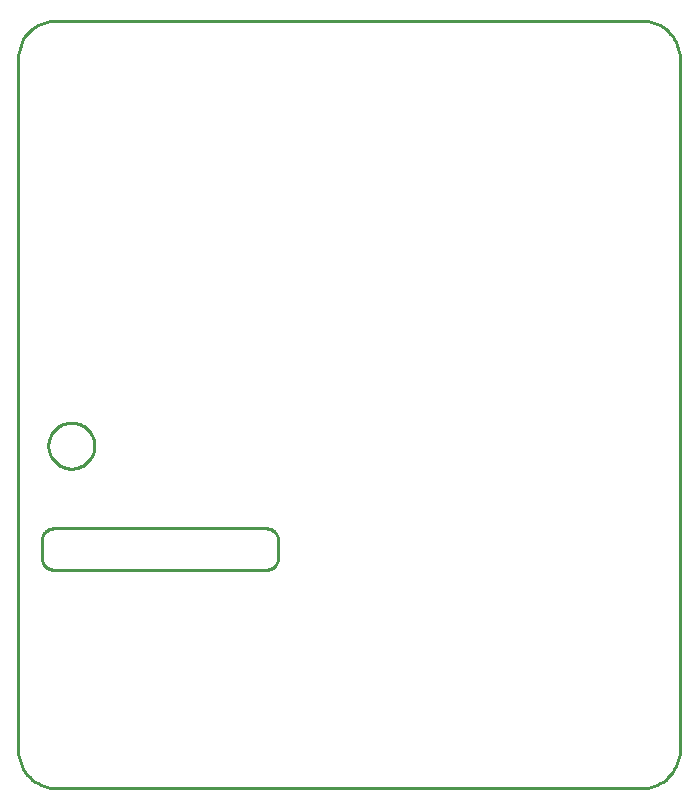
<source format=gbr>
G04 EAGLE Gerber RS-274X export*
G75*
%MOMM*%
%FSLAX34Y34*%
%LPD*%
%IN*%
%IPPOS*%
%AMOC8*
5,1,8,0,0,1.08239X$1,22.5*%
G01*
%ADD10C,0.254000*%


D10*
X0Y35000D02*
X-94Y32158D01*
X60Y29318D01*
X460Y26503D01*
X1105Y23734D01*
X1988Y21031D01*
X3104Y18415D01*
X4444Y15907D01*
X5997Y13524D01*
X7751Y11287D01*
X9694Y9211D01*
X11811Y7311D01*
X14085Y5604D01*
X16499Y4102D01*
X19035Y2815D01*
X21674Y1754D01*
X24394Y928D01*
X27177Y342D01*
X30000Y0D01*
X530000Y0D01*
X532823Y342D01*
X535606Y928D01*
X538326Y1754D01*
X540965Y2815D01*
X543501Y4102D01*
X545915Y5604D01*
X548189Y7312D01*
X550306Y9211D01*
X552249Y11287D01*
X554003Y13525D01*
X555556Y15907D01*
X556896Y18415D01*
X558012Y21031D01*
X558895Y23734D01*
X559540Y26503D01*
X559940Y29318D01*
X560094Y32158D01*
X560000Y35000D01*
X560000Y615000D01*
X560094Y617842D01*
X559940Y620682D01*
X559540Y623497D01*
X558895Y626266D01*
X558012Y628969D01*
X556896Y631585D01*
X555556Y634093D01*
X554003Y636476D01*
X552249Y638713D01*
X550306Y640789D01*
X548189Y642689D01*
X545915Y644396D01*
X543501Y645898D01*
X540965Y647185D01*
X538326Y648246D01*
X535606Y649072D01*
X532823Y649658D01*
X530000Y650000D01*
X30000Y650000D01*
X27177Y649658D01*
X24394Y649072D01*
X21674Y648246D01*
X19035Y647185D01*
X16499Y645898D01*
X14085Y644396D01*
X11811Y642688D01*
X9694Y640789D01*
X7751Y638713D01*
X5997Y636475D01*
X4444Y634093D01*
X3104Y631585D01*
X1988Y628969D01*
X1105Y626266D01*
X460Y623497D01*
X60Y620682D01*
X-94Y617842D01*
X0Y615000D01*
X0Y35000D01*
X20000Y195000D02*
X20038Y194128D01*
X20152Y193264D01*
X20341Y192412D01*
X20603Y191580D01*
X20937Y190774D01*
X21340Y190000D01*
X21808Y189264D01*
X22340Y188572D01*
X22929Y187929D01*
X23572Y187340D01*
X24264Y186808D01*
X25000Y186340D01*
X25774Y185937D01*
X26580Y185603D01*
X27412Y185341D01*
X28264Y185152D01*
X29128Y185038D01*
X30000Y185000D01*
X210000Y185000D01*
X210872Y185038D01*
X211736Y185152D01*
X212588Y185341D01*
X213420Y185603D01*
X214226Y185937D01*
X215000Y186340D01*
X215736Y186808D01*
X216428Y187340D01*
X217071Y187929D01*
X217660Y188572D01*
X218192Y189264D01*
X218660Y190000D01*
X219063Y190774D01*
X219397Y191580D01*
X219659Y192412D01*
X219848Y193264D01*
X219962Y194128D01*
X220000Y195000D01*
X220000Y210000D01*
X219962Y210872D01*
X219848Y211736D01*
X219659Y212588D01*
X219397Y213420D01*
X219063Y214226D01*
X218660Y215000D01*
X218192Y215736D01*
X217660Y216428D01*
X217071Y217071D01*
X216428Y217660D01*
X215736Y218192D01*
X215000Y218660D01*
X214226Y219063D01*
X213420Y219397D01*
X212588Y219659D01*
X211736Y219848D01*
X210872Y219962D01*
X210000Y220000D01*
X30000Y220000D01*
X29128Y219962D01*
X28264Y219848D01*
X27412Y219659D01*
X26580Y219397D01*
X25774Y219063D01*
X25000Y218660D01*
X24264Y218192D01*
X23572Y217660D01*
X22929Y217071D01*
X22340Y216428D01*
X21808Y215736D01*
X21340Y215000D01*
X20937Y214226D01*
X20603Y213420D01*
X20341Y212588D01*
X20152Y211736D01*
X20038Y210872D01*
X20000Y210000D01*
X20000Y195000D01*
X45589Y309500D02*
X46766Y309429D01*
X47935Y309287D01*
X49095Y309074D01*
X50239Y308792D01*
X51364Y308442D01*
X52466Y308024D01*
X53540Y307540D01*
X54584Y306993D01*
X55592Y306383D01*
X56562Y305713D01*
X57490Y304987D01*
X58372Y304205D01*
X59205Y303372D01*
X59987Y302490D01*
X60713Y301562D01*
X61383Y300592D01*
X61993Y299584D01*
X62540Y298540D01*
X63024Y297466D01*
X63442Y296364D01*
X63792Y295239D01*
X64074Y294095D01*
X64287Y292935D01*
X64429Y291766D01*
X64500Y290589D01*
X64500Y289411D01*
X64429Y288234D01*
X64287Y287065D01*
X64074Y285905D01*
X63792Y284761D01*
X63442Y283636D01*
X63024Y282534D01*
X62540Y281460D01*
X61993Y280416D01*
X61383Y279408D01*
X60713Y278438D01*
X59987Y277510D01*
X59205Y276628D01*
X58372Y275795D01*
X57490Y275013D01*
X56562Y274287D01*
X55592Y273617D01*
X54584Y273007D01*
X53540Y272460D01*
X52466Y271976D01*
X51364Y271558D01*
X50239Y271208D01*
X49095Y270926D01*
X47935Y270713D01*
X46766Y270571D01*
X45589Y270500D01*
X44411Y270500D01*
X43234Y270571D01*
X42065Y270713D01*
X40905Y270926D01*
X39761Y271208D01*
X38636Y271558D01*
X37534Y271976D01*
X36460Y272460D01*
X35416Y273007D01*
X34408Y273617D01*
X33438Y274287D01*
X32510Y275013D01*
X31628Y275795D01*
X30795Y276628D01*
X30013Y277510D01*
X29287Y278438D01*
X28617Y279408D01*
X28007Y280416D01*
X27460Y281460D01*
X26976Y282534D01*
X26558Y283636D01*
X26208Y284761D01*
X25926Y285905D01*
X25713Y287065D01*
X25571Y288234D01*
X25500Y289411D01*
X25500Y290589D01*
X25571Y291766D01*
X25713Y292935D01*
X25926Y294095D01*
X26208Y295239D01*
X26558Y296364D01*
X26976Y297466D01*
X27460Y298540D01*
X28007Y299584D01*
X28617Y300592D01*
X29287Y301562D01*
X30013Y302490D01*
X30795Y303372D01*
X31628Y304205D01*
X32510Y304987D01*
X33438Y305713D01*
X34408Y306383D01*
X35416Y306993D01*
X36460Y307540D01*
X37534Y308024D01*
X38636Y308442D01*
X39761Y308792D01*
X40905Y309074D01*
X42065Y309287D01*
X43234Y309429D01*
X44411Y309500D01*
X45589Y309500D01*
M02*

</source>
